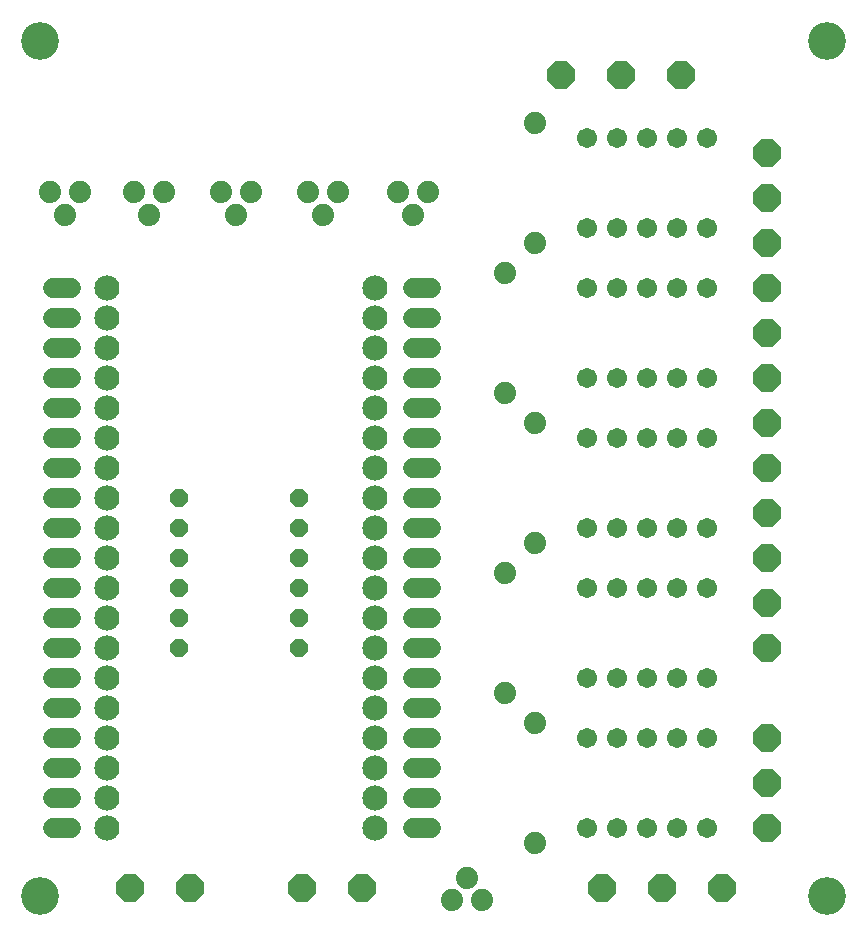
<source format=gbr>
G04 EAGLE Gerber RS-274X export*
G75*
%MOMM*%
%FSLAX34Y34*%
%LPD*%
%INSoldermask Bottom*%
%IPPOS*%
%AMOC8*
5,1,8,0,0,1.08239X$1,22.5*%
G01*
%ADD10C,1.879600*%
%ADD11C,1.711200*%
%ADD12P,2.556822X8X22.500000*%
%ADD13P,2.556822X8X292.500000*%
%ADD14P,1.649562X8X202.500000*%
%ADD15P,1.649562X8X22.500000*%
%ADD16C,3.203200*%
%ADD17C,2.133600*%
%ADD18C,1.727200*%
%ADD19P,2.556822X8X202.500000*%
%ADD20P,2.556822X8X112.500000*%


D10*
X466090Y698500D03*
X466090Y596900D03*
X440690Y571500D03*
X440690Y469900D03*
X466090Y444500D03*
X466090Y342900D03*
X440690Y317500D03*
X440690Y215900D03*
X466090Y190500D03*
X466090Y88900D03*
D11*
X510540Y482600D03*
X535940Y482600D03*
X561340Y482600D03*
X586740Y482600D03*
X612140Y482600D03*
X612140Y558800D03*
X586740Y558800D03*
X561340Y558800D03*
X535940Y558800D03*
X510540Y558800D03*
X510540Y355600D03*
X535940Y355600D03*
X561340Y355600D03*
X586740Y355600D03*
X612140Y355600D03*
X612140Y431800D03*
X586740Y431800D03*
X561340Y431800D03*
X535940Y431800D03*
X510540Y431800D03*
X510540Y228600D03*
X535940Y228600D03*
X561340Y228600D03*
X586740Y228600D03*
X612140Y228600D03*
X612140Y304800D03*
X586740Y304800D03*
X561340Y304800D03*
X535940Y304800D03*
X510540Y304800D03*
X510540Y101600D03*
X535940Y101600D03*
X561340Y101600D03*
X586740Y101600D03*
X612140Y101600D03*
X612140Y177800D03*
X586740Y177800D03*
X561340Y177800D03*
X535940Y177800D03*
X510540Y177800D03*
X510540Y609600D03*
X535940Y609600D03*
X561340Y609600D03*
X586740Y609600D03*
X612140Y609600D03*
X612140Y685800D03*
X586740Y685800D03*
X561340Y685800D03*
X535940Y685800D03*
X510540Y685800D03*
D12*
X662940Y673100D03*
X662940Y635000D03*
X662940Y596900D03*
X662940Y558800D03*
X662940Y520700D03*
X662940Y482600D03*
X662940Y444500D03*
X662940Y406400D03*
X662940Y368300D03*
X662940Y330200D03*
X662940Y292100D03*
X662940Y254000D03*
X662940Y177800D03*
X662940Y139700D03*
X662940Y101600D03*
D13*
X539115Y739775D03*
X488315Y739775D03*
X589915Y739775D03*
X173990Y50800D03*
D14*
X266700Y254000D03*
X165100Y254000D03*
D15*
X165100Y279400D03*
X266700Y279400D03*
X165100Y304800D03*
X266700Y304800D03*
X165100Y355600D03*
X266700Y355600D03*
X165100Y381000D03*
X266700Y381000D03*
D16*
X713740Y44450D03*
X46990Y44450D03*
X713740Y768350D03*
X46990Y768350D03*
D17*
X104240Y558900D03*
X104240Y533500D03*
X104240Y508100D03*
X104240Y482700D03*
X104240Y457300D03*
X104240Y431900D03*
X104240Y406500D03*
X104240Y381100D03*
X104240Y355700D03*
X104240Y330300D03*
X104240Y304900D03*
X104240Y279500D03*
X104240Y254100D03*
X104240Y228700D03*
X104240Y203300D03*
X104240Y177900D03*
X104240Y152500D03*
X104240Y127100D03*
X104240Y101700D03*
X330740Y558900D03*
X330740Y533500D03*
X330740Y508100D03*
X330740Y482700D03*
X330740Y457300D03*
X330740Y431900D03*
X330740Y406500D03*
X330740Y381100D03*
X330740Y355700D03*
X330740Y330300D03*
X330740Y304900D03*
X330740Y279500D03*
X330740Y254100D03*
X330740Y228700D03*
X330740Y203300D03*
X330740Y177900D03*
X330740Y152500D03*
X330740Y127100D03*
X330740Y101700D03*
D18*
X363220Y558800D02*
X378460Y558800D01*
X378460Y533400D02*
X363220Y533400D01*
X363220Y508000D02*
X378460Y508000D01*
X378460Y482600D02*
X363220Y482600D01*
X363220Y457200D02*
X378460Y457200D01*
X378460Y431800D02*
X363220Y431800D01*
X363220Y406400D02*
X378460Y406400D01*
X378460Y381000D02*
X363220Y381000D01*
X363220Y355600D02*
X378460Y355600D01*
X378460Y330200D02*
X363220Y330200D01*
X363220Y304800D02*
X378460Y304800D01*
X378460Y279400D02*
X363220Y279400D01*
X363220Y254000D02*
X378460Y254000D01*
X378460Y228600D02*
X363220Y228600D01*
X363220Y203200D02*
X378460Y203200D01*
X378460Y177800D02*
X363220Y177800D01*
X363220Y152400D02*
X378460Y152400D01*
X378460Y127000D02*
X363220Y127000D01*
X363220Y101600D02*
X378460Y101600D01*
X73660Y558800D02*
X58420Y558800D01*
X58420Y533400D02*
X73660Y533400D01*
X73660Y508000D02*
X58420Y508000D01*
X58420Y482600D02*
X73660Y482600D01*
X73660Y457200D02*
X58420Y457200D01*
X58420Y431800D02*
X73660Y431800D01*
X73660Y406400D02*
X58420Y406400D01*
X58420Y381000D02*
X73660Y381000D01*
X73660Y355600D02*
X58420Y355600D01*
X58420Y330200D02*
X73660Y330200D01*
X73660Y304800D02*
X58420Y304800D01*
X58420Y279400D02*
X73660Y279400D01*
X73660Y254000D02*
X58420Y254000D01*
X58420Y228600D02*
X73660Y228600D01*
X73660Y203200D02*
X58420Y203200D01*
X58420Y177800D02*
X73660Y177800D01*
X73660Y152400D02*
X58420Y152400D01*
X58420Y127000D02*
X73660Y127000D01*
X73660Y101600D02*
X58420Y101600D01*
D19*
X123190Y50800D03*
D12*
X320040Y50800D03*
D14*
X266700Y330200D03*
X165100Y330200D03*
D12*
X269240Y50800D03*
D20*
X523240Y50800D03*
X574040Y50800D03*
X624840Y50800D03*
D10*
X81280Y640080D03*
X68580Y621030D03*
X55880Y640080D03*
X152400Y640080D03*
X139700Y621030D03*
X127000Y640080D03*
X226060Y640080D03*
X213360Y621030D03*
X200660Y640080D03*
X299720Y640080D03*
X287020Y621030D03*
X274320Y640080D03*
X375920Y640080D03*
X363220Y621030D03*
X350520Y640080D03*
X396240Y40640D03*
X408940Y59690D03*
X421640Y40640D03*
M02*

</source>
